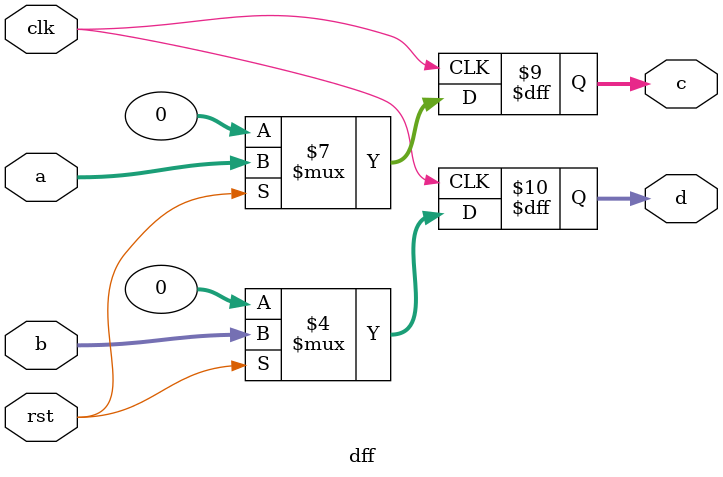
<source format=v>
module dff (input [31:0]a,
            input [31:0]b,
            input rst,
            input clk,
            output reg [31:0] c,
            output reg [31:0] d);  
  
always @ (posedge clk )  
begin
   if (!rst)  
   begin
      c = 0; 
      d = 0; 
   end
   else  
   begin
      c = a;
      d = b;  
   end
end

endmodule  
</source>
